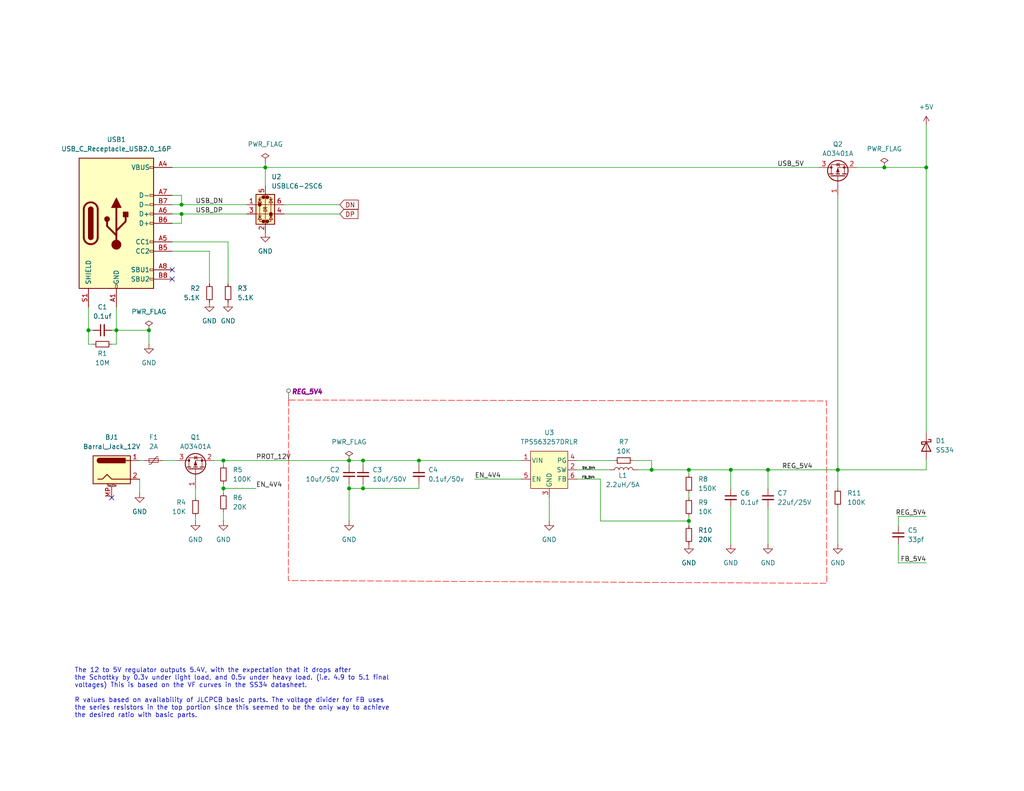
<source format=kicad_sch>
(kicad_sch (version 20250114) (generator "eeschema") (generator_version "9.0")
  (paper "USLetter")
  (title_block (title "External Power"))
  (lib_symbols
    (symbol "!Misc:AO3401A" (pin_names (offset 0) (hide yes))
      (property "Reference" "Q" (at 5.08 1.905 0))
      (property "Value" "AO3401A" (at 5.08 0 0))
      (symbol "AO3401A_0_1"
        (polyline (pts (xy 0.254 1.905) (xy 0.254 -1.905)) (stroke (width 0.254)))
        (polyline (pts (xy 0.254 0) (xy -2.54 0)))
        (polyline (pts (xy 0.762 2.286) (xy 0.762 1.27)) (stroke (width 0.254)))
        (polyline (pts (xy 0.762 1.778) (xy 3.302 1.778) (xy 3.302 -1.778) (xy 0.762 -1.778)))
        (polyline (pts (xy 0.762 0.508) (xy 0.762 -0.508)) (stroke (width 0.254)))
        (polyline (pts (xy 0.762 -1.27) (xy 0.762 -2.286)) (stroke (width 0.254)))
        (circle (center 1.651 0) (radius 2.794) (stroke (width 0.254)))
        (polyline (pts (xy 2.286 0) (xy 1.27 0.381) (xy 1.27 -0.381) (xy 2.286 0)) (fill (type outline)))
        (polyline (pts (xy 2.54 2.54) (xy 2.54 1.778)))
        (circle (center 2.54 1.778) (radius 0.254) (fill (type outline)))
        (circle (center 2.54 -1.778) (radius 0.254) (fill (type outline)))
        (polyline (pts (xy 2.54 -2.54) (xy 2.54 0) (xy 0.762 0)))
        (polyline (pts (xy 2.794 -0.508) (xy 2.921 -0.381) (xy 3.683 -0.381) (xy 3.81 -0.254)))
        (polyline (pts (xy 3.302 -0.381) (xy 2.921 0.254) (xy 3.683 0.254) (xy 3.302 -0.381)))
      )
      (symbol "AO3401A_1_1"
        (pin input line (at -5.08 0 0) (length 2.54) (name "G") (number "1"))
        (pin passive line (at 2.54 5.08 270) (length 2.54) (name "D") (number "3"))
        (pin passive line (at 2.54 -5.08 90) (length 2.54) (name "S") (number "2"))
      )
    )
    (symbol "!Misc:Barral_Jack_12V" (pin_names (hide yes))
      (property "Reference" "BJ" (at 0 5.334 0))
      (property "Value" "Barral_Jack_12V" (at 1.27 -6.35 0))
      (symbol "Barral_Jack_12V_0_1"
        (rectangle (start -5.08 3.81) (end 5.08 -3.81) (stroke (width 0.254)) (fill (type background)))
        (polyline (pts (xy -3.81 -2.54) (xy -2.54 -2.54) (xy -1.27 -1.27) (xy 0 -2.54) (xy 2.54 -2.54) (xy 5.08 -2.54)) (stroke (width 0.254)))
        (arc (start -3.302 1.905) (mid -3.9343 2.54) (end -3.302 3.175) (stroke (width 0.254)))
        (arc (start -3.302 1.905) (mid -3.9343 2.54) (end -3.302 3.175) (stroke (width 0.254)) (fill (type outline)))
        (rectangle (start 3.683 3.175) (end -3.302 1.905) (stroke (width 0.254)) (fill (type outline)))
        (polyline (pts (xy 5.08 2.54) (xy 3.81 2.54)) (stroke (width 0.254)))
      )
      (symbol "Barral_Jack_12V_1_1"
        (polyline (pts (xy -1.016 -4.572) (xy 1.016 -4.572)) (stroke (width 0.1524)))
        (text "Mounting" (at 0 -4.191 0) (effects (font (size 0.381 0.381))))
        (pin passive line (at 0 -7.62 90) (length 3.048) (name "MountPin") (number "MP"))
        (pin passive line (at 7.62 2.54 180) (length 2.54) (name "~") (number "1"))
        (pin passive line (at 7.62 -2.54 180) (length 2.54) (name "~") (number "2"))
      )
    )
    (symbol "!Misc:C_0.1uf_0402" (pin_numbers (hide yes)) (pin_names (offset 0.254) (hide yes))
      (property "Reference" "C" (at 0.254 1.778 0))
      (property "Value" "0.1uf" (at 0.254 -2.032 0))
      (symbol "C_0.1uf_0402_0_1"
        (polyline (pts (xy -1.524 0.508) (xy 1.524 0.508)) (stroke (width 0.3048)))
        (polyline (pts (xy -1.524 -0.508) (xy 1.524 -0.508)) (stroke (width 0.3302)))
      )
      (symbol "C_0.1uf_0402_1_1"
        (pin passive line (at 0 2.54 270) (length 2.032) (name "~") (number "1"))
        (pin passive line (at 0 -2.54 90) (length 2.032) (name "~") (number "2"))
      )
    )
    (symbol "!Misc:C_0.1uf_0603" (pin_numbers (hide yes)) (pin_names (offset 0.254) (hide yes))
      (property "Reference" "C" (at 0.254 1.778 0))
      (property "Value" "0.1uf/50v" (at 0.254 -2.032 0))
      (symbol "C_0.1uf_0603_0_1"
        (polyline (pts (xy -1.524 0.508) (xy 1.524 0.508)) (stroke (width 0.3048)))
        (polyline (pts (xy -1.524 -0.508) (xy 1.524 -0.508)) (stroke (width 0.3302)))
      )
      (symbol "C_0.1uf_0603_1_1"
        (pin passive line (at 0 2.54 270) (length 2.032) (name "~") (number "1"))
        (pin passive line (at 0 -2.54 90) (length 2.032) (name "~") (number "2"))
      )
    )
    (symbol "!Misc:C_10uf_0805" (pin_numbers (hide yes)) (pin_names (offset 0.254) (hide yes))
      (property "Reference" "C" (at 0.254 1.778 0))
      (property "Value" "10uf/50V" (at 0.254 -2.032 0))
      (symbol "C_10uf_0805_0_1"
        (polyline (pts (xy -1.524 0.508) (xy 1.524 0.508)) (stroke (width 0.3048)))
        (polyline (pts (xy -1.524 -0.508) (xy 1.524 -0.508)) (stroke (width 0.3302)))
      )
      (symbol "C_10uf_0805_1_1"
        (pin passive line (at 0 2.54 270) (length 2.032) (name "~") (number "1"))
        (pin passive line (at 0 -2.54 90) (length 2.032) (name "~") (number "2"))
      )
    )
    (symbol "!Misc:C_22uf_0805" (pin_numbers (hide yes)) (pin_names (offset 0.254) (hide yes))
      (property "Reference" "C" (at 0.254 1.778 0))
      (property "Value" "22uf/25V" (at 0.254 -2.032 0))
      (symbol "C_22uf_0805_0_1"
        (polyline (pts (xy -1.524 0.508) (xy 1.524 0.508)) (stroke (width 0.3048)))
        (polyline (pts (xy -1.524 -0.508) (xy 1.524 -0.508)) (stroke (width 0.3302)))
      )
      (symbol "C_22uf_0805_1_1"
        (pin passive line (at 0 2.54 270) (length 2.032) (name "~") (number "1"))
        (pin passive line (at 0 -2.54 90) (length 2.032) (name "~") (number "2"))
      )
    )
    (symbol "!Misc:C_33pf_0402" (pin_numbers (hide yes)) (pin_names (offset 0.254) (hide yes))
      (property "Reference" "C" (at 0.254 1.778 0))
      (property "Value" "33pf" (at 0.254 -2.032 0))
      (symbol "C_33pf_0402_0_1"
        (polyline (pts (xy -1.524 0.508) (xy 1.524 0.508)) (stroke (width 0.3048)))
        (polyline (pts (xy -1.524 -0.508) (xy 1.524 -0.508)) (stroke (width 0.3302)))
      )
      (symbol "C_33pf_0402_1_1"
        (pin passive line (at 0 2.54 270) (length 2.032) (name "~") (number "1"))
        (pin passive line (at 0 -2.54 90) (length 2.032) (name "~") (number "2"))
      )
    )
    (symbol "!Misc:Fuse_16V_2A_1812" (pin_numbers (hide yes)) (pin_names (offset 0))
      (property "Reference" "F" (at -1.905 0 90))
      (property "Value" "2A" (at 1.905 0 90))
      (symbol "Fuse_16V_2A_1812_0_1"
        (polyline (pts (xy -1.016 1.27) (xy -1.016 0.762) (xy 1.016 -0.762) (xy 1.016 -1.27)))
        (rectangle (start -0.508 1.27) (end 0.508 -1.27))
        (polyline (pts (xy 0 2.54) (xy 0 -2.54)))
      )
      (symbol "Fuse_16V_2A_1812_1_1"
        (pin passive line (at 0 2.54 270) (length 0.635) (name "~") (number "1"))
        (pin passive line (at 0 -2.54 90) (length 0.635) (name "~") (number "2"))
      )
    )
    (symbol "!Misc:L_2.2uh_5A" (pin_numbers (hide yes)) (pin_names (offset 1.016) (hide yes))
      (property "Reference" "L" (at -1.27 0 90))
      (property "Value" "2.2uH/5A" (at 1.905 0 90))
      (symbol "L_2.2uh_5A_0_1"
        (arc (start 0 2.54) (mid 0.6323 1.905) (end 0 1.27))
        (arc (start 0 1.27) (mid 0.6323 0.635) (end 0 0))
        (arc (start 0 0) (mid 0.6323 -0.635) (end 0 -1.27))
        (arc (start 0 -1.27) (mid 0.6323 -1.905) (end 0 -2.54))
      )
      (symbol "L_2.2uh_5A_1_1"
        (pin passive line (at 0 3.81 270) (length 1.27) (name "1") (number "1"))
        (pin passive line (at 0 -3.81 90) (length 1.27) (name "2") (number "2"))
      )
    )
    (symbol "!Misc:R_100K_0603" (pin_numbers (hide yes)) (pin_names (offset 0.254) (hide yes))
      (property "Reference" "R" (at 0 0 90))
      (property "Value" "100K" (at 1.778 0 90))
      (symbol "R_100K_0603_0_1"
        (rectangle (start -0.762 1.778) (end 0.762 -1.778) (stroke (width 0.2032)))
      )
      (symbol "R_100K_0603_1_1"
        (pin passive line (at 0 2.54 270) (length 0.762) (name "~") (number "1"))
        (pin passive line (at 0 -2.54 90) (length 0.762) (name "~") (number "2"))
      )
    )
    (symbol "!Misc:R_10K_0603" (pin_numbers (hide yes)) (pin_names (offset 0.254) (hide yes))
      (property "Reference" "R" (at 0 0 90))
      (property "Value" "10K" (at 1.778 0 90))
      (symbol "R_10K_0603_0_1"
        (rectangle (start -0.762 1.778) (end 0.762 -1.778) (stroke (width 0.2032)))
      )
      (symbol "R_10K_0603_1_1"
        (pin passive line (at 0 2.54 270) (length 0.762) (name "~") (number "1"))
        (pin passive line (at 0 -2.54 90) (length 0.762) (name "~") (number "2"))
      )
    )
    (symbol "!Misc:R_10M_0603" (pin_numbers (hide yes)) (pin_names (offset 0.254) (hide yes))
      (property "Reference" "R" (at 0 0 90))
      (property "Value" "10M" (at 1.778 0 90))
      (symbol "R_10M_0603_0_1"
        (rectangle (start -0.762 1.778) (end 0.762 -1.778) (stroke (width 0.2032)))
      )
      (symbol "R_10M_0603_1_1"
        (pin passive line (at 0 2.54 270) (length 0.762) (name "~") (number "1"))
        (pin passive line (at 0 -2.54 90) (length 0.762) (name "~") (number "2"))
      )
    )
    (symbol "!Misc:R_150K_0603" (pin_numbers (hide yes)) (pin_names (offset 0.254) (hide yes))
      (property "Reference" "R" (at 0 0 90))
      (property "Value" "150K" (at 1.778 0 90))
      (symbol "R_150K_0603_0_1"
        (rectangle (start -0.762 1.778) (end 0.762 -1.778) (stroke (width 0.2032)))
      )
      (symbol "R_150K_0603_1_1"
        (pin passive line (at 0 2.54 270) (length 0.762) (name "~") (number "1"))
        (pin passive line (at 0 -2.54 90) (length 0.762) (name "~") (number "2"))
      )
    )
    (symbol "!Misc:R_20K_0603" (pin_numbers (hide yes)) (pin_names (offset 0.254) (hide yes))
      (property "Reference" "R" (at 0 0 90))
      (property "Value" "20K" (at 1.778 0 90))
      (symbol "R_20K_0603_0_1"
        (rectangle (start -0.762 1.778) (end 0.762 -1.778) (stroke (width 0.2032)))
      )
      (symbol "R_20K_0603_1_1"
        (pin passive line (at 0 2.54 270) (length 0.762) (name "~") (number "1"))
        (pin passive line (at 0 -2.54 90) (length 0.762) (name "~") (number "2"))
      )
    )
    (symbol "!Misc:R_5.1K_0603" (pin_numbers (hide yes)) (pin_names (offset 0.254) (hide yes))
      (property "Reference" "R" (at 0 0 90))
      (property "Value" "5.1K" (at 1.778 0 90))
      (symbol "R_5.1K_0603_0_1"
        (rectangle (start -0.762 1.778) (end 0.762 -1.778) (stroke (width 0.2032)))
      )
      (symbol "R_5.1K_0603_1_1"
        (pin passive line (at 0 2.54 270) (length 0.762) (name "~") (number "1"))
        (pin passive line (at 0 -2.54 90) (length 0.762) (name "~") (number "2"))
      )
    )
    (symbol "!Misc:SS34" (pin_numbers (hide yes)) (pin_names (offset 1.016) (hide yes))
      (property "Reference" "D" (at 0 2.54 0))
      (property "Value" "SS34" (at 0 -2.54 0))
      (symbol "SS34_0_1"
        (polyline (pts (xy -1.905 0.635) (xy -1.905 1.27) (xy -1.27 1.27) (xy -1.27 -1.27) (xy -0.635 -1.27) (xy -0.635 -0.635)) (stroke (width 0.254)))
        (polyline (pts (xy 1.27 1.27) (xy 1.27 -1.27) (xy -1.27 0) (xy 1.27 1.27)) (stroke (width 0.254)))
        (polyline (pts (xy 1.27 0) (xy -1.27 0)))
      )
      (symbol "SS34_1_1"
        (pin passive line (at -3.81 0 0) (length 2.54) (name "K") (number "1"))
        (pin passive line (at 3.81 0 180) (length 2.54) (name "A") (number "2"))
      )
    )
    (symbol "!Misc:TPS563257DRLR" (pin_names (offset 0.254))
      (property "Reference" "U" (at 16.256 7.366 0))
      (property "Value" "TPS563257DRLR" (at 16.256 4.826 0))
      (symbol "TPS563257DRLR_0_1"
        (pin power_in line (at 8.89 0 0) (length 2.54) (name "VIN") (number "1"))
      )
      (symbol "TPS563257DRLR_1_1"
        (rectangle (start 11.43 2.54) (end 21.59 -7.62) (fill (type background)))
        (pin input line (at 8.89 -5.08 0) (length 2.54) (name "EN") (number "5"))
        (pin power_in line (at 16.51 -10.16 90) (length 2.54) (name "GND") (number "3"))
        (pin output line (at 24.13 0 180) (length 2.54) (name "PG") (number "4"))
        (pin power_out line (at 24.13 -2.54 180) (length 2.54) (name "SW") (number "2"))
        (pin input line (at 24.13 -5.08 180) (length 2.54) (name "FB") (number "6"))
      )
    )
    (symbol "!Misc:USBLC6-2SC6" (pin_names (hide yes))
      (property "Reference" "U" (at 0.635 5.715 0))
      (property "Value" "USBLC6-2SC6" (at 0.635 3.81 0))
      (symbol "USBLC6-2SC6_0_0"
        (circle (center -1.524 0) (radius 0.0001) (stroke (width 0.508)))
        (circle (center -0.508 2.032) (radius 0.0001) (stroke (width 0.508)))
        (circle (center -0.508 -4.572) (radius 0.0001) (stroke (width 0.508)))
        (circle (center 0.508 2.032) (radius 0.0001) (stroke (width 0.508)))
        (circle (center 0.508 -4.572) (radius 0.0001) (stroke (width 0.508)))
        (circle (center 1.524 -2.54) (radius 0.0001) (stroke (width 0.508)))
      )
      (symbol "USBLC6-2SC6_0_1"
        (polyline (pts (xy -2.54 0) (xy 2.54 0)))
        (polyline (pts (xy -2.54 -2.54) (xy 2.54 -2.54)))
        (polyline (pts (xy -2.032 0.508) (xy -1.016 0.508) (xy -1.524 1.524) (xy -2.032 0.508)))
        (polyline (pts (xy -2.032 -3.048) (xy -1.016 -3.048)))
        (polyline (pts (xy -1.016 1.524) (xy -2.032 1.524)))
        (polyline (pts (xy -1.016 -4.064) (xy -2.032 -4.064) (xy -1.524 -3.048) (xy -1.016 -4.064)))
        (polyline (pts (xy -0.508 -1.143) (xy -0.508 -0.762) (xy 0.508 -0.762)))
        (polyline (pts (xy 0 2.54) (xy -0.508 2.032) (xy 0.508 2.032) (xy 0 1.524) (xy 0 -4.064) (xy -0.508 -4.572) (xy 0.508 -4.572) (xy 0 -5.08)))
        (polyline (pts (xy 0.508 -1.778) (xy -0.508 -1.778) (xy 0 -0.762) (xy 0.508 -1.778)))
        (polyline (pts (xy 1.016 1.524) (xy 2.032 1.524)))
        (polyline (pts (xy 1.016 -3.048) (xy 2.032 -3.048)))
        (polyline (pts (xy 2.032 0.508) (xy 1.016 0.508) (xy 1.524 1.524) (xy 2.032 0.508)))
        (polyline (pts (xy 2.032 -4.064) (xy 1.016 -4.064) (xy 1.524 -3.048) (xy 2.032 -4.064)))
      )
      (symbol "USBLC6-2SC6_1_1"
        (rectangle (start -2.54 2.794) (end 2.54 -5.334) (stroke (width 0.254)) (fill (type background)))
        (polyline (pts (xy -0.508 2.032) (xy -1.524 2.032) (xy -1.524 -4.572) (xy -0.508 -4.572)))
        (polyline (pts (xy 0.508 -4.572) (xy 1.524 -4.572) (xy 1.524 2.032) (xy 0.508 2.032)))
        (pin passive line (at -5.08 0 0) (length 2.54) (name "I/O1") (number "1"))
        (pin passive line (at -5.08 -2.54 0) (length 2.54) (name "I/O2") (number "3"))
        (pin passive line (at 0 5.08 270) (length 2.54) (name "VBUS") (number "5"))
        (pin passive line (at 0 -7.62 90) (length 2.54) (name "GND") (number "2"))
        (pin passive line (at 5.08 0 180) (length 2.54) (name "I/O1") (number "6"))
        (pin passive line (at 5.08 -2.54 180) (length 2.54) (name "I/O2") (number "4"))
      )
    )
    (symbol "!Misc:USB_C_Receptacle_USB2.0_16P" (pin_names (offset 1.016))
      (property "Reference" "USB" (at 0 22.225 0))
      (property "Value" "USB_C_Receptacle_USB2.0_16P" (at 0 19.685 0))
      (symbol "USB_C_Receptacle_USB2.0_16P_0_0"
        (rectangle (start -0.254 -17.78) (end 0.254 -16.764))
        (rectangle (start 10.16 15.494) (end 9.144 14.986))
        (rectangle (start 10.16 7.874) (end 9.144 7.366))
        (rectangle (start 10.16 5.334) (end 9.144 4.826))
        (rectangle (start 10.16 2.794) (end 9.144 2.286))
        (rectangle (start 10.16 0.254) (end 9.144 -0.254))
        (rectangle (start 10.16 -4.826) (end 9.144 -5.334))
        (rectangle (start 10.16 -7.366) (end 9.144 -7.874))
        (rectangle (start 10.16 -12.446) (end 9.144 -12.954))
        (rectangle (start 10.16 -14.986) (end 9.144 -15.494))
      )
      (symbol "USB_C_Receptacle_USB2.0_16P_0_1"
        (rectangle (start -10.16 17.78) (end 10.16 -17.78) (stroke (width 0.254)) (fill (type background)))
        (polyline (pts (xy -8.89 -3.81) (xy -8.89 3.81)) (stroke (width 0.508)))
        (rectangle (start -7.62 -3.81) (end -6.35 3.81) (stroke (width 0.254)) (fill (type outline)))
        (arc (start -7.62 3.81) (mid -6.985 4.4423) (end -6.35 3.81) (stroke (width 0.254)))
        (arc (start -7.62 3.81) (mid -6.985 4.4423) (end -6.35 3.81) (stroke (width 0.254)) (fill (type outline)))
        (arc (start -8.89 3.81) (mid -6.985 5.7067) (end -5.08 3.81) (stroke (width 0.508)))
        (arc (start -5.08 -3.81) (mid -6.985 -5.7067) (end -8.89 -3.81) (stroke (width 0.508)))
        (arc (start -6.35 -3.81) (mid -6.985 -4.4423) (end -7.62 -3.81) (stroke (width 0.254)))
        (arc (start -6.35 -3.81) (mid -6.985 -4.4423) (end -7.62 -3.81) (stroke (width 0.254)) (fill (type outline)))
        (polyline (pts (xy -5.08 3.81) (xy -5.08 -3.81)) (stroke (width 0.508)))
        (circle (center -2.54 1.143) (radius 0.635) (stroke (width 0.254)) (fill (type outline)))
        (polyline (pts (xy -1.27 4.318) (xy 0 6.858) (xy 1.27 4.318) (xy -1.27 4.318)) (stroke (width 0.254)) (fill (type outline)))
        (polyline (pts (xy 0 -2.032) (xy 2.54 0.508) (xy 2.54 1.778)) (stroke (width 0.508)))
        (polyline (pts (xy 0 -3.302) (xy -2.54 -0.762) (xy -2.54 0.508)) (stroke (width 0.508)))
        (polyline (pts (xy 0 -5.842) (xy 0 4.318)) (stroke (width 0.508)))
        (circle (center 0 -5.842) (radius 1.27) (fill (type outline)))
        (rectangle (start 1.905 1.778) (end 3.175 3.048) (stroke (width 0.254)) (fill (type outline)))
      )
      (symbol "USB_C_Receptacle_USB2.0_16P_1_1"
        (pin passive line (at -7.62 -22.86 90) (length 5.08) (name "SHIELD") (number "S1"))
        (pin passive line (at 0 -22.86 90) (length 5.08) (name "GND") (number "A1"))
        (pin passive line (at 0 -22.86 90) (length 5.08) (hide yes) (name "GND") (number "A12"))
        (pin passive line (at 0 -22.86 90) (length 5.08) (hide yes) (name "GND") (number "B1"))
        (pin passive line (at 0 -22.86 90) (length 5.08) (hide yes) (name "GND") (number "B12"))
        (pin passive line (at 15.24 15.24 180) (length 5.08) (name "VBUS") (number "A4"))
        (pin passive line (at 15.24 15.24 180) (length 5.08) (hide yes) (name "VBUS") (number "A9"))
        (pin passive line (at 15.24 15.24 180) (length 5.08) (hide yes) (name "VBUS") (number "B4"))
        (pin passive line (at 15.24 15.24 180) (length 5.08) (hide yes) (name "VBUS") (number "B9"))
        (pin bidirectional line (at 15.24 7.62 180) (length 5.08) (name "D-") (number "A7"))
        (pin bidirectional line (at 15.24 5.08 180) (length 5.08) (name "D-") (number "B7"))
        (pin bidirectional line (at 15.24 2.54 180) (length 5.08) (name "D+") (number "A6"))
        (pin bidirectional line (at 15.24 0 180) (length 5.08) (name "D+") (number "B6"))
        (pin bidirectional line (at 15.24 -5.08 180) (length 5.08) (name "CC1") (number "A5"))
        (pin bidirectional line (at 15.24 -7.62 180) (length 5.08) (name "CC2") (number "B5"))
        (pin bidirectional line (at 15.24 -12.7 180) (length 5.08) (name "SBU1") (number "A8"))
        (pin bidirectional line (at 15.24 -15.24 180) (length 5.08) (name "SBU2") (number "B8"))
      )
    )
    (symbol "power:+5V" (power) (pin_numbers (hide yes)) (pin_names (offset 0) (hide yes))
      (property "Value" "+5V" (at 0 3.556 0))
      (symbol "+5V_0_1"
        (polyline (pts (xy -0.762 1.27) (xy 0 2.54)))
        (polyline (pts (xy 0 2.54) (xy 0.762 1.27)))
        (polyline (pts (xy 0 0) (xy 0 2.54)))
      )
      (symbol "+5V_1_1"
        (pin power_in line (at 0 0 90) (length 0) (name "~") (number "1"))
      )
    )
    (symbol "power:GND" (power) (pin_numbers (hide yes)) (pin_names (offset 0) (hide yes))
      (property "Value" "GND" (at 0 -3.81 0))
      (symbol "GND_0_1"
        (polyline (pts (xy 0 0) (xy 0 -1.27) (xy 1.27 -1.27) (xy 0 -2.54) (xy -1.27 -1.27) (xy 0 -1.27)))
      )
      (symbol "GND_1_1"
        (pin power_in line (at 0 0 270) (length 0) (name "~") (number "1"))
      )
    )
    (symbol "power:PWR_FLAG" (power) (pin_numbers (hide yes)) (pin_names (offset 0) (hide yes))
      (property "Value" "PWR_FLAG" (at 0 3.81 0))
      (symbol "PWR_FLAG_0_0"
        (pin power_out line (at 0 0 90) (length 0) (name "~") (number "1"))
      )
      (symbol "PWR_FLAG_0_1"
        (polyline (pts (xy 0 0) (xy 0 1.27) (xy -1.016 1.905) (xy 0 2.54) (xy 1.016 1.905) (xy 0 1.27)))
      )
    )
  )
  (text "The 12 to 5V regulator outputs 5.4V, with the expectation that it drops after \nthe Schottky by 0.3v under light load, and 0.5v under heavy load. (i.e. 4.9 to 5.1 final\nvoltages) This is based on the VF curves in the SS34 datasheet.\n\nR values based on availability of JLCPCB basic parts. The voltage divider for FB uses \nthe series resistors in the top portion since this seemed to be the only way to achieve\nthe desired ratio with basic parts." (at 20.32 189.23 0) (effects (font (size 1.27 1.27)) (justify left)))
  (junction (at 199.39 128.27))
  (junction (at 177.8 128.27))
  (junction (at 228.6 128.27))
  (junction (at 49.53 55.88))
  (junction (at 252.73 45.72))
  (junction (at 31.75 90.17))
  (junction (at 95.25 133.35))
  (junction (at 60.96 125.73))
  (junction (at 24.13 90.17))
  (junction (at 95.25 125.73))
  (junction (at 49.53 58.42))
  (junction (at 241.3 45.72))
  (junction (at 99.06 125.73))
  (junction (at 209.55 128.27))
  (junction (at 60.96 133.35))
  (junction (at 72.39 45.72))
  (junction (at 99.06 133.35))
  (junction (at 187.96 128.27))
  (junction (at 40.64 90.17))
  (junction (at 187.96 142.24))
  (junction (at 114.3 125.73))
  (no_connect (at 46.99 76.2))
  (no_connect (at 46.99 73.66))
  (no_connect (at 30.48 135.89))
  (wire (pts (xy 30.48 93.98) (xy 31.75 93.98)))
  (wire (pts (xy 129.54 130.81) (xy 142.24 130.81)))
  (wire (pts (xy 57.15 77.47) (xy 57.15 68.58)))
  (wire (pts (xy 149.86 135.89) (xy 149.86 142.24)))
  (wire (pts (xy 57.15 68.58) (xy 46.99 68.58)))
  (wire (pts (xy 60.96 125.73) (xy 95.25 125.73)))
  (wire (pts (xy 40.64 90.17) (xy 40.64 93.98)))
  (wire (pts (xy 228.6 128.27) (xy 228.6 133.35)))
  (wire (pts (xy 209.55 138.43) (xy 209.55 148.59)))
  (wire (pts (xy 38.1 130.81) (xy 38.1 134.62)))
  (wire (pts (xy 114.3 127) (xy 114.3 125.73)))
  (wire (pts (xy 95.25 127) (xy 95.25 125.73)))
  (wire (pts (xy 209.55 128.27) (xy 228.6 128.27)))
  (wire (pts (xy 252.73 125.73) (xy 252.73 128.27)))
  (wire (pts (xy 49.53 55.88) (xy 46.99 55.88)))
  (wire (pts (xy 233.68 45.72) (xy 241.3 45.72)))
  (wire (pts (xy 53.34 140.97) (xy 53.34 142.24)))
  (wire (pts (xy 24.13 90.17) (xy 24.13 83.82)))
  (wire (pts (xy 99.06 132.08) (xy 99.06 133.35)))
  (wire (pts (xy 46.99 45.72) (xy 72.39 45.72)))
  (wire (pts (xy 99.06 125.73) (xy 114.3 125.73)))
  (wire (pts (xy 252.73 45.72) (xy 252.73 118.11)))
  (wire (pts (xy 187.96 128.27) (xy 187.96 129.54)))
  (wire (pts (xy 187.96 142.24) (xy 187.96 143.51)))
  (wire (pts (xy 95.25 133.35) (xy 95.25 132.08)))
  (wire (pts (xy 31.75 90.17) (xy 40.64 90.17)))
  (wire (pts (xy 209.55 128.27) (xy 209.55 133.35)))
  (wire (pts (xy 60.96 132.08) (xy 60.96 133.35)))
  (wire (pts (xy 187.96 134.62) (xy 187.96 135.89)))
  (wire (pts (xy 72.39 45.72) (xy 72.39 44.45)))
  (wire (pts (xy 95.25 133.35) (xy 99.06 133.35)))
  (wire (pts (xy 163.83 130.81) (xy 157.48 130.81)))
  (wire (pts (xy 49.53 58.42) (xy 67.31 58.42)))
  (wire (pts (xy 62.23 66.04) (xy 46.99 66.04)))
  (wire (pts (xy 77.47 58.42) (xy 92.71 58.42)))
  (wire (pts (xy 53.34 133.35) (xy 53.34 135.89)))
  (wire (pts (xy 187.96 140.97) (xy 187.96 142.24)))
  (wire (pts (xy 31.75 83.82) (xy 31.75 90.17)))
  (wire (pts (xy 199.39 138.43) (xy 199.39 148.59)))
  (wire (pts (xy 38.1 125.73) (xy 39.37 125.73)))
  (wire (pts (xy 46.99 58.42) (xy 49.53 58.42)))
  (wire (pts (xy 60.96 139.7) (xy 60.96 142.24)))
  (wire (pts (xy 172.72 125.73) (xy 177.8 125.73)))
  (wire (pts (xy 49.53 58.42) (xy 49.53 60.96)))
  (wire (pts (xy 245.11 140.97) (xy 252.73 140.97)))
  (wire (pts (xy 49.53 55.88) (xy 67.31 55.88)))
  (wire (pts (xy 163.83 142.24) (xy 187.96 142.24)))
  (wire (pts (xy 228.6 53.34) (xy 228.6 128.27)))
  (wire (pts (xy 60.96 133.35) (xy 69.85 133.35)))
  (wire (pts (xy 31.75 90.17) (xy 31.75 93.98)))
  (wire (pts (xy 228.6 138.43) (xy 228.6 148.59)))
  (wire (pts (xy 95.25 133.35) (xy 95.25 142.24)))
  (wire (pts (xy 177.8 128.27) (xy 187.96 128.27)))
  (wire (pts (xy 245.11 148.59) (xy 245.11 153.67)))
  (wire (pts (xy 241.3 45.72) (xy 252.73 45.72)))
  (wire (pts (xy 49.53 60.96) (xy 46.99 60.96)))
  (wire (pts (xy 95.25 125.73) (xy 99.06 125.73)))
  (wire (pts (xy 114.3 125.73) (xy 142.24 125.73)))
  (wire (pts (xy 72.39 45.72) (xy 72.39 50.8)))
  (wire (pts (xy 99.06 133.35) (xy 114.3 133.35)))
  (wire (pts (xy 199.39 128.27) (xy 199.39 133.35)))
  (wire (pts (xy 24.13 93.98) (xy 24.13 90.17)))
  (wire (pts (xy 199.39 128.27) (xy 209.55 128.27)))
  (wire (pts (xy 99.06 125.73) (xy 99.06 127)))
  (wire (pts (xy 62.23 77.47) (xy 62.23 66.04)))
  (wire (pts (xy 245.11 153.67) (xy 252.73 153.67)))
  (wire (pts (xy 157.48 125.73) (xy 167.64 125.73)))
  (wire (pts (xy 58.42 125.73) (xy 60.96 125.73)))
  (wire (pts (xy 60.96 127) (xy 60.96 125.73)))
  (wire (pts (xy 157.48 128.27) (xy 166.37 128.27)))
  (wire (pts (xy 245.11 143.51) (xy 245.11 140.97)))
  (wire (pts (xy 72.39 45.72) (xy 223.52 45.72)))
  (wire (pts (xy 25.4 93.98) (xy 24.13 93.98)))
  (wire (pts (xy 24.13 90.17) (xy 25.4 90.17)))
  (wire (pts (xy 177.8 128.27) (xy 177.8 125.73)))
  (wire (pts (xy 252.73 34.29) (xy 252.73 45.72)))
  (wire (pts (xy 30.48 90.17) (xy 31.75 90.17)))
  (wire (pts (xy 163.83 130.81) (xy 163.83 142.24)))
  (wire (pts (xy 77.47 55.88) (xy 92.71 55.88)))
  (wire (pts (xy 228.6 128.27) (xy 252.73 128.27)))
  (wire (pts (xy 44.45 125.73) (xy 48.26 125.73)))
  (wire (pts (xy 46.99 53.34) (xy 49.53 53.34)))
  (wire (pts (xy 49.53 53.34) (xy 49.53 55.88)))
  (wire (pts (xy 187.96 128.27) (xy 199.39 128.27)))
  (wire (pts (xy 60.96 133.35) (xy 60.96 134.62)))
  (wire (pts (xy 173.99 128.27) (xy 177.8 128.27)))
  (wire (pts (xy 114.3 132.08) (xy 114.3 133.35)))
  (label "EN_4V4" (at 129.54 130.81 0))
  (label "USB_5V" (at 212.09 45.72 0))
  (label "SW_5V4" (at 158.75 128.27 0) (effects (font (size 0.635 0.635))))
  (label "FB_5V4" (at 252.73 153.67 180))
  (label "USB_DP" (at 53.34 58.42 0))
  (label "USB_DN" (at 53.34 55.88 0))
  (label "REG_5V4" (at 252.73 140.97 180))
  (label "FB_5V4" (at 158.75 130.81 0) (effects (font (size 0.635 0.635))))
  (label "REG_5V4" (at 213.36 128.27 0))
  (label "PROT_12V" (at 69.85 125.73 0))
  (label "EN_4V4" (at 69.85 133.35 0))
  (global_label "DP" (shape input) (at 92.71 58.42 0) (property "Intersheetrefs" "${INTERSHEET_REFS}" (effects (hide yes))))
  (global_label "DN" (shape input) (at 92.71 55.88 0) (property "Intersheetrefs" "${INTERSHEET_REFS}" (effects (hide yes))))
  (rule_area (polyline (pts (xy 78.74 109.22) (xy 78.6765 158.496) (xy 225.5837 159.258) (xy 225.5202 109.474)) (stroke (width 0) (type dash))))
  (netclass_flag "" (length 2.54) (shape round) (at 78.74 109.22 0) (property "Netclass" "Default" (effects (hide yes))) (property "Component Class" "REG_5V4" (at 79.502 106.934 0) (effects (font (thickness 0.508) (bold yes) (italic yes)) (justify left))))
  (symbol (lib_id "!Misc:C_0.1uf_0603") (at 114.3 129.54 0) (unit 1)
    (property "Reference" "C4" (at 116.84 128.2762 0) (effects (justify left)))
    (property "Value" "0.1uf/50v" (at 116.84 130.8162 0) (effects (justify left)))
    (property "Footprint" "Capacitor_SMD:C_0603_1608Metric" (effects (hide yes)))
    (property "Description" "Unpolarized capacitor 0.1uf 0603 50v" (effects (hide yes)))
    (property "LCSC Part #" "C14663" (effects (hide yes)))
    (property "Digi-Key Part Number" "490-5798-1-ND" (effects (hide yes)))
  )
  (symbol (lib_id "!Misc:Fuse_16V_2A_1812") (at 41.91 125.73 90) (unit 1)
    (property "Reference" "F1" (at 41.91 119.38 90))
    (property "Value" "2A" (at 41.91 121.92 90))
    (property "Footprint" "Fuse:Fuse_1812_4532Metric" (effects (hide yes)))
    (property "Description" "Resettable fuse, 16V max 2A hold" (effects (hide yes)))
    (property "LCSC Part #" "C315963" (effects (hide yes)))
    (property "Digi-Key Part Number" "MINISMDC200F/16-2CT-ND" (effects (hide yes)))
  )
  (symbol (lib_id "power:GND") (at 199.39 148.59 0) (unit 1)
    (property "Reference" "#PWR011" (effects (hide yes)))
    (property "Value" "GND" (at 199.39 153.67 0))
    (property "Description" "Power symbol creates a global label with name \"GND\" , ground" (effects (hide yes)))
  )
  (symbol (lib_id "!Misc:C_10uf_0805") (at 95.25 129.54 0) (mirror y) (unit 1)
    (property "Reference" "C2" (at 92.71 128.2762 0) (effects (justify left)))
    (property "Value" "10uf/50V" (at 92.71 130.8162 0) (effects (justify left)))
    (property "Footprint" "Capacitor_SMD:C_0805_2012Metric" (effects (hide yes)))
    (property "Description" "Unpolarized capacitor 10uf 0805 50V" (effects (hide yes)))
    (property "LCSC Part #" "C440198" (effects (hide yes)))
    (property "Digi-Key Part Number" "490-18663-1-ND" (effects (hide yes)))
  )
  (symbol (lib_id "power:GND") (at 57.15 82.55 0) (unit 1)
    (property "Reference" "#PWR03" (effects (hide yes)))
    (property "Value" "GND" (at 57.15 87.63 0))
    (property "Description" "Power symbol creates a global label with name \"GND\" , ground" (effects (hide yes)))
  )
  (symbol (lib_id "!Misc:L_2.2uh_5A") (at 170.18 128.27 90) (unit 1)
    (property "Reference" "L1" (at 169.926 129.794 90))
    (property "Value" "2.2uH/5A" (at 169.926 132.334 90))
    (property "Footprint" "Inductor_SMD:L_Sunlord_MWSA0518S" (effects (hide yes)))
    (property "Description" "Inductor 2.2uH 5A" (effects (hide yes)))
    (property "LCSC Part #" "C408345" (effects (hide yes)))
    (property "Digi-Key Part Number" "3442-MWSA0518S-2R2MTCT-ND" (effects (hide yes)))
  )
  (symbol (lib_id "!Misc:R_150K_0603") (at 187.96 132.08 0) (unit 1)
    (property "Reference" "R8" (at 190.5 130.8099 0) (effects (justify left)))
    (property "Value" "150K" (at 190.5 133.3499 0) (effects (justify left)))
    (property "Footprint" "Resistor_SMD:R_0603_1608Metric" (effects (hide yes)))
    (property "Description" "150K 0603 Resistor" (effects (hide yes)))
    (property "LCSC Part #" "C22808" (effects (hide yes)))
    (property "Digi-Key Part Number" "118-CR0603-FX-1503ELFCT-ND" (effects (hide yes)))
  )
  (symbol (lib_id "!Misc:USB_C_Receptacle_USB2.0_16P") (at 31.75 60.96 0) (unit 1)
    (property "Reference" "USB1" (at 31.75 38.1 0))
    (property "Value" "USB_C_Receptacle_USB2.0_16P" (at 31.75 40.64 0))
    (property "Footprint" "!Misc:USB_C_Receptacle_GCT_USB4105-xx-A_16P_TopMnt_Horizontal" (effects (hide yes)))
    (property "Datasheet" "https://www.usb.org/sites/default/files/documents/usb_type-c.zip" (effects (hide yes)))
    (property "Description" "USB 2.0-only 16P Type-C Receptacle connector" (effects (hide yes)))
    (property "LCSC Part #" "C2686968" (effects (hide yes)))
    (property "JLCPCB Position Offset" "0,1.3335" (effects (hide yes)))
    (property "Digi-Key Part Number" "2073-USB4105-GF-ACT-ND" (effects (hide yes)))
  )
  (symbol (lib_id "power:GND") (at 72.39 63.5 0) (unit 1)
    (property "Reference" "#PWR06" (effects (hide yes)))
    (property "Value" "GND" (at 72.39 68.58 0))
    (property "Description" "Power symbol creates a global label with name \"GND\" , ground" (effects (hide yes)))
  )
  (symbol (lib_id "power:PWR_FLAG") (at 40.64 90.17 0) (unit 1)
    (property "Reference" "#FLG01" (effects (hide yes)))
    (property "Value" "PWR_FLAG" (at 40.64 85.09 0))
    (property "Description" "Special symbol for telling ERC where power comes from" (effects (hide yes)))
  )
  (symbol (lib_id "power:GND") (at 149.86 142.24 0) (unit 1)
    (property "Reference" "#PWR09" (effects (hide yes)))
    (property "Value" "GND" (at 149.86 147.32 0))
    (property "Description" "Power symbol creates a global label with name \"GND\" , ground" (effects (hide yes)))
  )
  (symbol (lib_id "power:PWR_FLAG") (at 95.25 125.73 0) (unit 1)
    (property "Reference" "#FLG03" (effects (hide yes)))
    (property "Value" "PWR_FLAG" (at 95.25 120.65 0))
    (property "Description" "Special symbol for telling ERC where power comes from" (effects (hide yes)))
  )
  (symbol (lib_id "!Misc:AO3401A") (at 228.6 48.26 90) (unit 1)
    (property "Reference" "Q2" (at 228.6 39.37 90))
    (property "Value" "AO3401A" (at 228.6 41.91 90))
    (property "Footprint" "Package_TO_SOT_SMD:SOT-23" (effects (hide yes)))
    (property "Datasheet" "http://www.aosmd.com/pdfs/datasheet/AO3401A.pdf" (effects (hide yes)))
    (property "Description" "-4.0A Id, -30V Vds, P-Channel MOSFET, SOT-23" (effects (hide yes)))
    (property "LCSC Part #" "C15127" (effects (hide yes)))
    (property "Digi-Key Part Number" "785-1001-1-ND" (effects (hide yes)))
  )
  (symbol (lib_id "!Misc:TPS563257DRLR") (at 133.35 125.73 0) (unit 1)
    (property "Reference" "U3" (at 149.86 118.11 0))
    (property "Value" "TPS563257DRLR" (at 149.86 120.65 0))
    (property "Footprint" "!Misc:SOT6_DRL_TEX" (effects (hide yes)))
    (property "Datasheet" "https://www.ti.com/lit/ds/symlink/tps563252.pdf" (effects (hide yes)))
    (property "LCSC Part #" "C20539656" (effects (hide yes)))
    (property "JLCPCB Rotation Offset" "-90" (effects (hide yes)))
    (property "Digi-Key Part Number" "296-TPS563257DRLRCT-ND" (effects (hide yes)))
  )
  (symbol (lib_id "power:+5V") (at 252.73 34.29 0) (unit 1)
    (property "Reference" "#PWR014" (effects (hide yes)))
    (property "Value" "+5V" (at 252.73 29.21 0))
    (property "Description" "Power symbol creates a global label with name \"+5V\"" (effects (hide yes)))
  )
  (symbol (lib_id "!Misc:R_5.1K_0603") (at 62.23 80.01 0) (unit 1)
    (property "Reference" "R3" (at 64.77 78.7399 0) (effects (justify left)))
    (property "Value" "5.1K" (at 64.77 81.2799 0) (effects (justify left)))
    (property "Footprint" "Resistor_SMD:R_0603_1608Metric" (effects (hide yes)))
    (property "Description" "5.1K 0603 Resistor" (effects (hide yes)))
    (property "LCSC Part #" "C23186" (effects (hide yes)))
    (property "Digi-Key Part Number" "CR0603-FX-5101ELFCT-ND" (effects (hide yes)))
  )
  (symbol (lib_id "power:GND") (at 53.34 142.24 0) (unit 1)
    (property "Reference" "#PWR05" (effects (hide yes)))
    (property "Value" "GND" (at 53.34 147.32 0))
    (property "Description" "Power symbol creates a global label with name \"GND\" , ground" (effects (hide yes)))
  )
  (symbol (lib_id "!Misc:Barral_Jack_12V") (at 30.48 128.27 0) (unit 1)
    (property "Reference" "BJ1" (at 30.48 119.38 0))
    (property "Value" "Barral_Jack_12V" (at 30.48 121.92 0))
    (property "Footprint" "Connector_BarrelJack:BarrelJack_Horizontal" (effects (hide yes)))
    (property "Description" "DC Barrel Jack with a mounting pin" (effects (hide yes)))
    (property "Digi-Key Part Number" "EJ508A-ND" (effects (hide yes)))
  )
  (symbol (lib_id "!Misc:C_10uf_0805") (at 99.06 129.54 0) (unit 1)
    (property "Reference" "C3" (at 101.6 128.2762 0) (effects (justify left)))
    (property "Value" "10uf/50V" (at 101.6 130.8162 0) (effects (justify left)))
    (property "Footprint" "Capacitor_SMD:C_0805_2012Metric" (effects (hide yes)))
    (property "Description" "Unpolarized capacitor 10uf 0805 50V" (effects (hide yes)))
    (property "LCSC Part #" "C440198" (effects (hide yes)))
    (property "Digi-Key Part Number" "490-18663-1-ND" (effects (hide yes)))
  )
  (symbol (lib_id "!Misc:C_0.1uf_0402") (at 27.94 90.17 90) (unit 1)
    (property "Reference" "C1" (at 27.9463 83.82 90))
    (property "Value" "0.1uf" (at 27.9463 86.36 90))
    (property "Footprint" "Capacitor_SMD:C_0402_1005Metric" (effects (hide yes)))
    (property "Description" "Unpolarized capacitor 0.1uf 0402" (effects (hide yes)))
    (property "LCSC Part #" "C1525" (effects (hide yes)))
    (property "Digi-Key Part Number" "490-6328-1-ND" (effects (hide yes)))
  )
  (symbol (lib_id "power:PWR_FLAG") (at 241.3 45.72 0) (unit 1)
    (property "Reference" "#FLG04" (effects (hide yes)))
    (property "Value" "PWR_FLAG" (at 241.3 40.64 0))
    (property "Description" "Special symbol for telling ERC where power comes from" (effects (hide yes)))
  )
  (symbol (lib_id "!Misc:R_10K_0603") (at 187.96 138.43 0) (unit 1)
    (property "Reference" "R9" (at 190.5 137.1599 0) (effects (justify left)))
    (property "Value" "10K" (at 190.5 139.6999 0) (effects (justify left)))
    (property "Footprint" "Resistor_SMD:R_0603_1608Metric" (effects (hide yes)))
    (property "Description" "10K 0603 Resistor" (effects (hide yes)))
    (property "LCSC Part #" "C25804" (effects (hide yes)))
    (property "Digi-Key Part Number" "CR0603-FX-1002ELFCT-ND" (effects (hide yes)))
  )
  (symbol (lib_id "!Misc:SS34") (at 252.73 121.92 270) (unit 1)
    (property "Reference" "D1" (at 255.27 120.3324 90) (effects (justify left)))
    (property "Value" "SS34" (at 255.27 122.8724 90) (effects (justify left)))
    (property "Footprint" "Diode_SMD:D_SMA" (effects (hide yes)))
    (property "Datasheet" "https://www.vishay.com/docs/88751/ss32.pdf" (effects (hide yes)))
    (property "Description" "40V 3A Schottky Diode, SMA" (effects (hide yes)))
    (property "LCSC Part #" "C8678" (effects (hide yes)))
    (property "Digi-Key Part Number" "SS34FSCT-ND" (effects (hide yes)))
  )
  (symbol (lib_id "power:GND") (at 209.55 148.59 0) (unit 1)
    (property "Reference" "#PWR012" (effects (hide yes)))
    (property "Value" "GND" (at 209.55 153.67 0))
    (property "Description" "Power symbol creates a global label with name \"GND\" , ground" (effects (hide yes)))
  )
  (symbol (lib_id "!Misc:USBLC6-2SC6") (at 72.39 55.88 0) (unit 1)
    (property "Reference" "U2" (at 74.0411 48.26 0) (effects (justify left)))
    (property "Value" "USBLC6-2SC6" (at 74.0411 50.8 0) (effects (justify left)))
    (property "Footprint" "Package_TO_SOT_SMD:SOT-23-6" (effects (hide yes)))
    (property "Datasheet" "https://www.st.com/resource/en/datasheet/usblc6-2.pdf" (effects (hide yes)))
    (property "Description" "Very low capacitance ESD protection diode, 2 data-line, SOT-23-6" (effects (hide yes)))
    (property "LCSC Part #" "C7519" (effects (hide yes)))
    (property "Digi-Key Part Number" "497-5235-1-ND" (effects (hide yes)))
  )
  (symbol (lib_id "power:GND") (at 60.96 142.24 0) (unit 1)
    (property "Reference" "#PWR08" (effects (hide yes)))
    (property "Value" "GND" (at 60.96 147.32 0))
    (property "Description" "Power symbol creates a global label with name \"GND\" , ground" (effects (hide yes)))
  )
  (symbol (lib_id "power:GND") (at 62.23 82.55 0) (unit 1)
    (property "Reference" "#PWR04" (effects (hide yes)))
    (property "Value" "GND" (at 62.23 87.63 0))
    (property "Description" "Power symbol creates a global label with name \"GND\" , ground" (effects (hide yes)))
  )
  (symbol (lib_id "power:GND") (at 187.96 148.59 0) (unit 1)
    (property "Reference" "#PWR010" (effects (hide yes)))
    (property "Value" "GND" (at 187.96 153.67 0))
    (property "Description" "Power symbol creates a global label with name \"GND\" , ground" (effects (hide yes)))
  )
  (symbol (lib_id "!Misc:R_100K_0603") (at 60.96 129.54 0) (unit 1)
    (property "Reference" "R5" (at 63.5 128.2699 0) (effects (justify left)))
    (property "Value" "100K" (at 63.5 130.8099 0) (effects (justify left)))
    (property "Footprint" "Resistor_SMD:R_0603_1608Metric" (effects (hide yes)))
    (property "Description" "100K 0603 Resistor" (effects (hide yes)))
    (property "LCSC Part #" "C25803" (effects (hide yes)))
    (property "Digi-Key Part Number" "CR0603AFX-1003EASCT-ND" (effects (hide yes)))
  )
  (symbol (lib_id "power:GND") (at 38.1 134.62 0) (unit 1)
    (property "Reference" "#PWR01" (effects (hide yes)))
    (property "Value" "GND" (at 38.1 139.7 0))
    (property "Description" "Power symbol creates a global label with name \"GND\" , ground" (effects (hide yes)))
  )
  (symbol (lib_id "!Misc:AO3401A") (at 53.34 128.27 90) (unit 1)
    (property "Reference" "Q1" (at 53.34 119.38 90))
    (property "Value" "AO3401A" (at 53.34 121.92 90))
    (property "Footprint" "Package_TO_SOT_SMD:SOT-23" (effects (hide yes)))
    (property "Datasheet" "http://www.aosmd.com/pdfs/datasheet/AO3401A.pdf" (effects (hide yes)))
    (property "Description" "-4.0A Id, -30V Vds, P-Channel MOSFET, SOT-23" (effects (hide yes)))
    (property "LCSC Part #" "C15127" (effects (hide yes)))
    (property "Digi-Key Part Number" "785-1001-1-ND" (effects (hide yes)))
  )
  (symbol (lib_id "power:PWR_FLAG") (at 72.39 44.45 0) (unit 1)
    (property "Reference" "#FLG02" (effects (hide yes)))
    (property "Value" "PWR_FLAG" (at 72.39 39.37 0))
    (property "Description" "Special symbol for telling ERC where power comes from" (effects (hide yes)))
  )
  (symbol (lib_id "!Misc:R_5.1K_0603") (at 57.15 80.01 0) (mirror y) (unit 1)
    (property "Reference" "R2" (at 54.61 78.7399 0) (effects (justify left)))
    (property "Value" "5.1K" (at 54.61 81.2799 0) (effects (justify left)))
    (property "Footprint" "Resistor_SMD:R_0603_1608Metric" (effects (hide yes)))
    (property "Description" "5.1K 0603 Resistor" (effects (hide yes)))
    (property "LCSC Part #" "C23186" (effects (hide yes)))
    (property "Digi-Key Part Number" "CR0603-FX-5101ELFCT-ND" (effects (hide yes)))
  )
  (symbol (lib_id "!Misc:R_100K_0603") (at 228.6 135.89 0) (unit 1)
    (property "Reference" "R11" (at 231.14 134.6199 0) (effects (justify left)))
    (property "Value" "100K" (at 231.14 137.1599 0) (effects (justify left)))
    (property "Footprint" "Resistor_SMD:R_0603_1608Metric" (effects (hide yes)))
    (property "Description" "100K 0603 Resistor" (effects (hide yes)))
    (property "LCSC Part #" "C25803" (effects (hide yes)))
    (property "Digi-Key Part Number" "CR0603AFX-1003EASCT-ND" (effects (hide yes)))
  )
  (symbol (lib_id "!Misc:R_20K_0603") (at 60.96 137.16 0) (unit 1)
    (property "Reference" "R6" (at 63.5 135.8899 0) (effects (justify left)))
    (property "Value" "20K" (at 63.5 138.4299 0) (effects (justify left)))
    (property "Footprint" "Resistor_SMD:R_0603_1608Metric" (effects (hide yes)))
    (property "Description" "20K 0603 Resistor" (effects (hide yes)))
    (property "LCSC Part #" "C4184" (effects (hide yes)))
    (property "Digi-Key Part Number" "CR0603-FX-2002ELFCT-ND" (effects (hide yes)))
  )
  (symbol (lib_id "!Misc:R_20K_0603") (at 187.96 146.05 0) (unit 1)
    (property "Reference" "R10" (at 190.5 144.7799 0) (effects (justify left)))
    (property "Value" "20K" (at 190.5 147.3199 0) (effects (justify left)))
    (property "Footprint" "Resistor_SMD:R_0603_1608Metric" (effects (hide yes)))
    (property "Description" "20K 0603 Resistor" (effects (hide yes)))
    (property "LCSC Part #" "C4184" (effects (hide yes)))
    (property "Digi-Key Part Number" "CR0603-FX-2002ELFCT-ND" (effects (hide yes)))
  )
  (symbol (lib_id "power:GND") (at 228.6 148.59 0) (unit 1)
    (property "Reference" "#PWR013" (effects (hide yes)))
    (property "Value" "GND" (at 228.6 153.67 0))
    (property "Description" "Power symbol creates a global label with name \"GND\" , ground" (effects (hide yes)))
  )
  (symbol (lib_id "!Misc:C_0.1uf_0402") (at 199.39 135.89 0) (unit 1)
    (property "Reference" "C6" (at 201.93 134.6262 0) (effects (justify left)))
    (property "Value" "0.1uf" (at 201.93 137.1662 0) (effects (justify left)))
    (property "Footprint" "Capacitor_SMD:C_0402_1005Metric" (effects (hide yes)))
    (property "Description" "Unpolarized capacitor 0.1uf 0402" (effects (hide yes)))
    (property "LCSC Part #" "C1525" (effects (hide yes)))
    (property "Digi-Key Part Number" "490-6328-1-ND" (effects (hide yes)))
  )
  (symbol (lib_id "!Misc:R_10K_0603") (at 53.34 138.43 0) (mirror y) (unit 1)
    (property "Reference" "R4" (at 50.8 137.1599 0) (effects (justify left)))
    (property "Value" "10K" (at 50.8 139.6999 0) (effects (justify left)))
    (property "Footprint" "Resistor_SMD:R_0603_1608Metric" (effects (hide yes)))
    (property "Description" "10K 0603 Resistor" (effects (hide yes)))
    (property "LCSC Part #" "C25804" (effects (hide yes)))
    (property "Digi-Key Part Number" "CR0603-FX-1002ELFCT-ND" (effects (hide yes)))
  )
  (symbol (lib_id "power:GND") (at 40.64 93.98 0) (unit 1)
    (property "Reference" "#PWR02" (effects (hide yes)))
    (property "Value" "GND" (at 40.64 99.06 0))
    (property "Description" "Power symbol creates a global label with name \"GND\" , ground" (effects (hide yes)))
  )
  (symbol (lib_id "!Misc:R_10K_0603") (at 170.18 125.73 90) (unit 1)
    (property "Reference" "R7" (at 170.18 120.65 90))
    (property "Value" "10K" (at 170.18 123.19 90))
    (property "Footprint" "Resistor_SMD:R_0603_1608Metric" (effects (hide yes)))
    (property "Description" "10K 0603 Resistor" (effects (hide yes)))
    (property "LCSC Part #" "C25804" (effects (hide yes)))
    (property "Digi-Key Part Number" "CR0603-FX-1002ELFCT-ND" (effects (hide yes)))
  )
  (symbol (lib_id "!Misc:R_10M_0603") (at 27.94 93.98 90) (unit 1)
    (property "Reference" "R1" (at 27.94 96.52 90))
    (property "Value" "10M" (at 27.94 99.06 90))
    (property "Footprint" "Resistor_SMD:R_0603_1608Metric" (effects (hide yes)))
    (property "Description" "10M 0603 Resistor" (effects (hide yes)))
    (property "LCSC Part #" "C7250" (effects (hide yes)))
    (property "Digi-Key Part Number" "CR0603-FW-1005ELFCT-ND" (effects (hide yes)))
  )
  (symbol (lib_id "!Misc:C_33pf_0402") (at 245.11 146.05 0) (unit 1)
    (property "Reference" "C5" (at 247.65 144.7862 0) (effects (justify left)))
    (property "Value" "33pf" (at 247.65 147.3262 0) (effects (justify left)))
    (property "Footprint" "Capacitor_SMD:C_0402_1005Metric" (effects (hide yes)))
    (property "Description" "Unpolarized capacitor 33pf 0402" (effects (hide yes)))
    (property "LCSC Part #" "C1663" (effects (hide yes)))
    (property "Digi-Key Part Number" "490-16377-1-ND" (effects (hide yes)))
  )
  (symbol (lib_id "!Misc:C_22uf_0805") (at 209.55 135.89 0) (unit 1)
    (property "Reference" "C7" (at 212.09 134.6262 0) (effects (justify left)))
    (property "Value" "22uf/25V" (at 212.09 137.1662 0) (effects (justify left)))
    (property "Footprint" "Capacitor_SMD:C_0805_2012Metric" (effects (hide yes)))
    (property "Description" "Unpolarized capacitor 22uf 0805 25V" (effects (hide yes)))
    (property "LCSC Part #" "C45783" (effects (hide yes)))
    (property "Digi-Key Part Number" "490-14661-1-ND" (effects (hide yes)))
  )
  (symbol (lib_id "power:GND") (at 95.25 142.24 0) (unit 1)
    (property "Reference" "#PWR07" (effects (hide yes)))
    (property "Value" "GND" (at 95.25 147.32 0))
    (property "Description" "Power symbol creates a global label with name \"GND\" , ground" (effects (hide yes)))
  )
)
</source>
